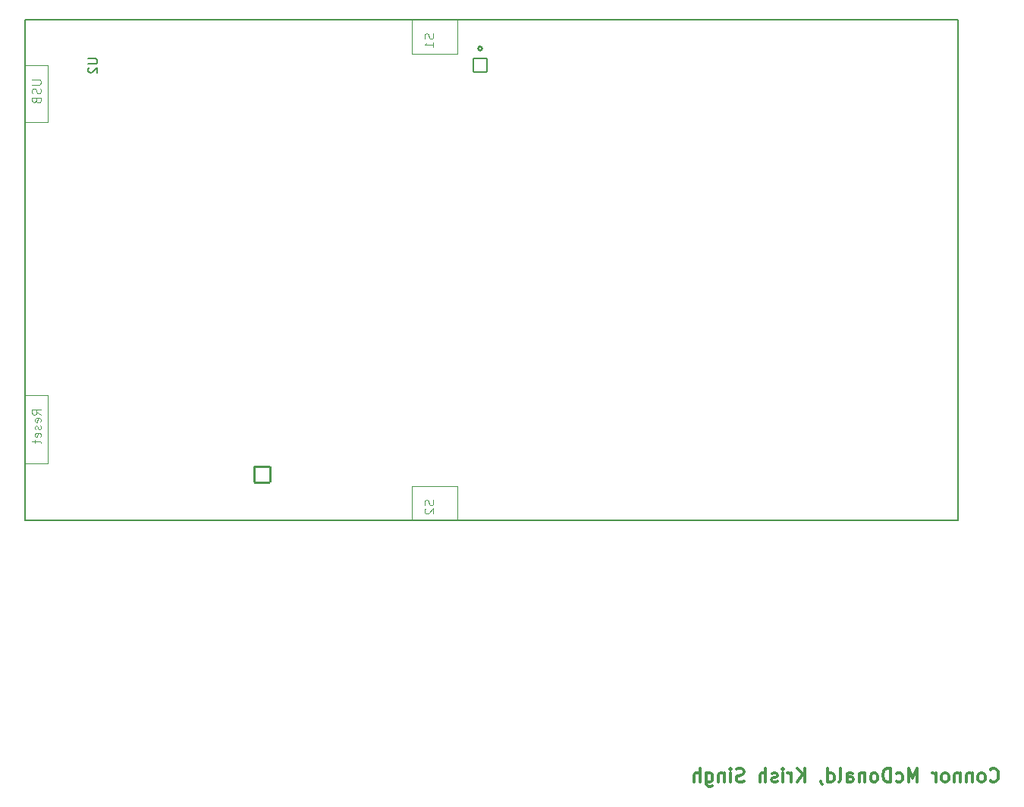
<source format=gbo>
G04 #@! TF.GenerationSoftware,KiCad,Pcbnew,9.0.1*
G04 #@! TF.CreationDate,2025-04-14T15:22:14-05:00*
G04 #@! TF.ProjectId,cjm6842,636a6d36-3834-4322-9e6b-696361645f70,v1.0.1*
G04 #@! TF.SameCoordinates,Original*
G04 #@! TF.FileFunction,Legend,Bot*
G04 #@! TF.FilePolarity,Positive*
%FSLAX46Y46*%
G04 Gerber Fmt 4.6, Leading zero omitted, Abs format (unit mm)*
G04 Created by KiCad (PCBNEW 9.0.1) date 2025-04-14 15:22:14*
%MOMM*%
%LPD*%
G01*
G04 APERTURE LIST*
G04 Aperture macros list*
%AMRoundRect*
0 Rectangle with rounded corners*
0 $1 Rounding radius*
0 $2 $3 $4 $5 $6 $7 $8 $9 X,Y pos of 4 corners*
0 Add a 4 corners polygon primitive as box body*
4,1,4,$2,$3,$4,$5,$6,$7,$8,$9,$2,$3,0*
0 Add four circle primitives for the rounded corners*
1,1,$1+$1,$2,$3*
1,1,$1+$1,$4,$5*
1,1,$1+$1,$6,$7*
1,1,$1+$1,$8,$9*
0 Add four rect primitives between the rounded corners*
20,1,$1+$1,$2,$3,$4,$5,0*
20,1,$1+$1,$4,$5,$6,$7,0*
20,1,$1+$1,$6,$7,$8,$9,0*
20,1,$1+$1,$8,$9,$2,$3,0*%
G04 Aperture macros list end*
%ADD10C,0.300000*%
%ADD11C,0.150000*%
%ADD12C,0.100000*%
%ADD13C,0.228600*%
%ADD14C,0.127000*%
%ADD15C,2.000000*%
%ADD16C,2.700000*%
%ADD17R,1.750000X1.750000*%
%ADD18C,1.750000*%
%ADD19C,1.400000*%
%ADD20O,1.400000X1.400000*%
%ADD21C,1.700000*%
%ADD22O,1.700000X1.700000*%
%ADD23O,1.600000X1.600000*%
%ADD24C,1.600000*%
%ADD25C,1.800000*%
%ADD26R,1.800000X1.800000*%
%ADD27R,1.700000X1.700000*%
%ADD28R,1.600000X2.400000*%
%ADD29O,1.600000X2.400000*%
%ADD30R,1.600000X1.600000*%
%ADD31C,4.318000*%
%ADD32R,2.032000X2.032000*%
%ADD33C,2.032000*%
%ADD34C,3.810000*%
%ADD35RoundRect,0.102000X0.889000X0.889000X-0.889000X0.889000X-0.889000X-0.889000X0.889000X-0.889000X0*%
%ADD36C,1.982000*%
%ADD37C,1.724000*%
%ADD38RoundRect,0.102000X-0.760000X0.760000X-0.760000X-0.760000X0.760000X-0.760000X0.760000X0.760000X0*%
G04 APERTURE END LIST*
D10*
X211588346Y-151157971D02*
X211659774Y-151229400D01*
X211659774Y-151229400D02*
X211874060Y-151300828D01*
X211874060Y-151300828D02*
X212016917Y-151300828D01*
X212016917Y-151300828D02*
X212231203Y-151229400D01*
X212231203Y-151229400D02*
X212374060Y-151086542D01*
X212374060Y-151086542D02*
X212445489Y-150943685D01*
X212445489Y-150943685D02*
X212516917Y-150657971D01*
X212516917Y-150657971D02*
X212516917Y-150443685D01*
X212516917Y-150443685D02*
X212445489Y-150157971D01*
X212445489Y-150157971D02*
X212374060Y-150015114D01*
X212374060Y-150015114D02*
X212231203Y-149872257D01*
X212231203Y-149872257D02*
X212016917Y-149800828D01*
X212016917Y-149800828D02*
X211874060Y-149800828D01*
X211874060Y-149800828D02*
X211659774Y-149872257D01*
X211659774Y-149872257D02*
X211588346Y-149943685D01*
X210731203Y-151300828D02*
X210874060Y-151229400D01*
X210874060Y-151229400D02*
X210945489Y-151157971D01*
X210945489Y-151157971D02*
X211016917Y-151015114D01*
X211016917Y-151015114D02*
X211016917Y-150586542D01*
X211016917Y-150586542D02*
X210945489Y-150443685D01*
X210945489Y-150443685D02*
X210874060Y-150372257D01*
X210874060Y-150372257D02*
X210731203Y-150300828D01*
X210731203Y-150300828D02*
X210516917Y-150300828D01*
X210516917Y-150300828D02*
X210374060Y-150372257D01*
X210374060Y-150372257D02*
X210302632Y-150443685D01*
X210302632Y-150443685D02*
X210231203Y-150586542D01*
X210231203Y-150586542D02*
X210231203Y-151015114D01*
X210231203Y-151015114D02*
X210302632Y-151157971D01*
X210302632Y-151157971D02*
X210374060Y-151229400D01*
X210374060Y-151229400D02*
X210516917Y-151300828D01*
X210516917Y-151300828D02*
X210731203Y-151300828D01*
X209588346Y-150300828D02*
X209588346Y-151300828D01*
X209588346Y-150443685D02*
X209516917Y-150372257D01*
X209516917Y-150372257D02*
X209374060Y-150300828D01*
X209374060Y-150300828D02*
X209159774Y-150300828D01*
X209159774Y-150300828D02*
X209016917Y-150372257D01*
X209016917Y-150372257D02*
X208945489Y-150515114D01*
X208945489Y-150515114D02*
X208945489Y-151300828D01*
X208231203Y-150300828D02*
X208231203Y-151300828D01*
X208231203Y-150443685D02*
X208159774Y-150372257D01*
X208159774Y-150372257D02*
X208016917Y-150300828D01*
X208016917Y-150300828D02*
X207802631Y-150300828D01*
X207802631Y-150300828D02*
X207659774Y-150372257D01*
X207659774Y-150372257D02*
X207588346Y-150515114D01*
X207588346Y-150515114D02*
X207588346Y-151300828D01*
X206659774Y-151300828D02*
X206802631Y-151229400D01*
X206802631Y-151229400D02*
X206874060Y-151157971D01*
X206874060Y-151157971D02*
X206945488Y-151015114D01*
X206945488Y-151015114D02*
X206945488Y-150586542D01*
X206945488Y-150586542D02*
X206874060Y-150443685D01*
X206874060Y-150443685D02*
X206802631Y-150372257D01*
X206802631Y-150372257D02*
X206659774Y-150300828D01*
X206659774Y-150300828D02*
X206445488Y-150300828D01*
X206445488Y-150300828D02*
X206302631Y-150372257D01*
X206302631Y-150372257D02*
X206231203Y-150443685D01*
X206231203Y-150443685D02*
X206159774Y-150586542D01*
X206159774Y-150586542D02*
X206159774Y-151015114D01*
X206159774Y-151015114D02*
X206231203Y-151157971D01*
X206231203Y-151157971D02*
X206302631Y-151229400D01*
X206302631Y-151229400D02*
X206445488Y-151300828D01*
X206445488Y-151300828D02*
X206659774Y-151300828D01*
X205516917Y-151300828D02*
X205516917Y-150300828D01*
X205516917Y-150586542D02*
X205445488Y-150443685D01*
X205445488Y-150443685D02*
X205374060Y-150372257D01*
X205374060Y-150372257D02*
X205231202Y-150300828D01*
X205231202Y-150300828D02*
X205088345Y-150300828D01*
X203445489Y-151300828D02*
X203445489Y-149800828D01*
X203445489Y-149800828D02*
X202945489Y-150872257D01*
X202945489Y-150872257D02*
X202445489Y-149800828D01*
X202445489Y-149800828D02*
X202445489Y-151300828D01*
X201088346Y-151229400D02*
X201231203Y-151300828D01*
X201231203Y-151300828D02*
X201516917Y-151300828D01*
X201516917Y-151300828D02*
X201659774Y-151229400D01*
X201659774Y-151229400D02*
X201731203Y-151157971D01*
X201731203Y-151157971D02*
X201802631Y-151015114D01*
X201802631Y-151015114D02*
X201802631Y-150586542D01*
X201802631Y-150586542D02*
X201731203Y-150443685D01*
X201731203Y-150443685D02*
X201659774Y-150372257D01*
X201659774Y-150372257D02*
X201516917Y-150300828D01*
X201516917Y-150300828D02*
X201231203Y-150300828D01*
X201231203Y-150300828D02*
X201088346Y-150372257D01*
X200445489Y-151300828D02*
X200445489Y-149800828D01*
X200445489Y-149800828D02*
X200088346Y-149800828D01*
X200088346Y-149800828D02*
X199874060Y-149872257D01*
X199874060Y-149872257D02*
X199731203Y-150015114D01*
X199731203Y-150015114D02*
X199659774Y-150157971D01*
X199659774Y-150157971D02*
X199588346Y-150443685D01*
X199588346Y-150443685D02*
X199588346Y-150657971D01*
X199588346Y-150657971D02*
X199659774Y-150943685D01*
X199659774Y-150943685D02*
X199731203Y-151086542D01*
X199731203Y-151086542D02*
X199874060Y-151229400D01*
X199874060Y-151229400D02*
X200088346Y-151300828D01*
X200088346Y-151300828D02*
X200445489Y-151300828D01*
X198731203Y-151300828D02*
X198874060Y-151229400D01*
X198874060Y-151229400D02*
X198945489Y-151157971D01*
X198945489Y-151157971D02*
X199016917Y-151015114D01*
X199016917Y-151015114D02*
X199016917Y-150586542D01*
X199016917Y-150586542D02*
X198945489Y-150443685D01*
X198945489Y-150443685D02*
X198874060Y-150372257D01*
X198874060Y-150372257D02*
X198731203Y-150300828D01*
X198731203Y-150300828D02*
X198516917Y-150300828D01*
X198516917Y-150300828D02*
X198374060Y-150372257D01*
X198374060Y-150372257D02*
X198302632Y-150443685D01*
X198302632Y-150443685D02*
X198231203Y-150586542D01*
X198231203Y-150586542D02*
X198231203Y-151015114D01*
X198231203Y-151015114D02*
X198302632Y-151157971D01*
X198302632Y-151157971D02*
X198374060Y-151229400D01*
X198374060Y-151229400D02*
X198516917Y-151300828D01*
X198516917Y-151300828D02*
X198731203Y-151300828D01*
X197588346Y-150300828D02*
X197588346Y-151300828D01*
X197588346Y-150443685D02*
X197516917Y-150372257D01*
X197516917Y-150372257D02*
X197374060Y-150300828D01*
X197374060Y-150300828D02*
X197159774Y-150300828D01*
X197159774Y-150300828D02*
X197016917Y-150372257D01*
X197016917Y-150372257D02*
X196945489Y-150515114D01*
X196945489Y-150515114D02*
X196945489Y-151300828D01*
X195588346Y-151300828D02*
X195588346Y-150515114D01*
X195588346Y-150515114D02*
X195659774Y-150372257D01*
X195659774Y-150372257D02*
X195802631Y-150300828D01*
X195802631Y-150300828D02*
X196088346Y-150300828D01*
X196088346Y-150300828D02*
X196231203Y-150372257D01*
X195588346Y-151229400D02*
X195731203Y-151300828D01*
X195731203Y-151300828D02*
X196088346Y-151300828D01*
X196088346Y-151300828D02*
X196231203Y-151229400D01*
X196231203Y-151229400D02*
X196302631Y-151086542D01*
X196302631Y-151086542D02*
X196302631Y-150943685D01*
X196302631Y-150943685D02*
X196231203Y-150800828D01*
X196231203Y-150800828D02*
X196088346Y-150729400D01*
X196088346Y-150729400D02*
X195731203Y-150729400D01*
X195731203Y-150729400D02*
X195588346Y-150657971D01*
X194659774Y-151300828D02*
X194802631Y-151229400D01*
X194802631Y-151229400D02*
X194874060Y-151086542D01*
X194874060Y-151086542D02*
X194874060Y-149800828D01*
X193445489Y-151300828D02*
X193445489Y-149800828D01*
X193445489Y-151229400D02*
X193588346Y-151300828D01*
X193588346Y-151300828D02*
X193874060Y-151300828D01*
X193874060Y-151300828D02*
X194016917Y-151229400D01*
X194016917Y-151229400D02*
X194088346Y-151157971D01*
X194088346Y-151157971D02*
X194159774Y-151015114D01*
X194159774Y-151015114D02*
X194159774Y-150586542D01*
X194159774Y-150586542D02*
X194088346Y-150443685D01*
X194088346Y-150443685D02*
X194016917Y-150372257D01*
X194016917Y-150372257D02*
X193874060Y-150300828D01*
X193874060Y-150300828D02*
X193588346Y-150300828D01*
X193588346Y-150300828D02*
X193445489Y-150372257D01*
X192659774Y-151229400D02*
X192659774Y-151300828D01*
X192659774Y-151300828D02*
X192731203Y-151443685D01*
X192731203Y-151443685D02*
X192802631Y-151515114D01*
X190874060Y-151300828D02*
X190874060Y-149800828D01*
X190016917Y-151300828D02*
X190659774Y-150443685D01*
X190016917Y-149800828D02*
X190874060Y-150657971D01*
X189374060Y-151300828D02*
X189374060Y-150300828D01*
X189374060Y-150586542D02*
X189302631Y-150443685D01*
X189302631Y-150443685D02*
X189231203Y-150372257D01*
X189231203Y-150372257D02*
X189088345Y-150300828D01*
X189088345Y-150300828D02*
X188945488Y-150300828D01*
X188445489Y-151300828D02*
X188445489Y-150300828D01*
X188445489Y-149800828D02*
X188516917Y-149872257D01*
X188516917Y-149872257D02*
X188445489Y-149943685D01*
X188445489Y-149943685D02*
X188374060Y-149872257D01*
X188374060Y-149872257D02*
X188445489Y-149800828D01*
X188445489Y-149800828D02*
X188445489Y-149943685D01*
X187802631Y-151229400D02*
X187659774Y-151300828D01*
X187659774Y-151300828D02*
X187374060Y-151300828D01*
X187374060Y-151300828D02*
X187231203Y-151229400D01*
X187231203Y-151229400D02*
X187159774Y-151086542D01*
X187159774Y-151086542D02*
X187159774Y-151015114D01*
X187159774Y-151015114D02*
X187231203Y-150872257D01*
X187231203Y-150872257D02*
X187374060Y-150800828D01*
X187374060Y-150800828D02*
X187588346Y-150800828D01*
X187588346Y-150800828D02*
X187731203Y-150729400D01*
X187731203Y-150729400D02*
X187802631Y-150586542D01*
X187802631Y-150586542D02*
X187802631Y-150515114D01*
X187802631Y-150515114D02*
X187731203Y-150372257D01*
X187731203Y-150372257D02*
X187588346Y-150300828D01*
X187588346Y-150300828D02*
X187374060Y-150300828D01*
X187374060Y-150300828D02*
X187231203Y-150372257D01*
X186516917Y-151300828D02*
X186516917Y-149800828D01*
X185874060Y-151300828D02*
X185874060Y-150515114D01*
X185874060Y-150515114D02*
X185945488Y-150372257D01*
X185945488Y-150372257D02*
X186088345Y-150300828D01*
X186088345Y-150300828D02*
X186302631Y-150300828D01*
X186302631Y-150300828D02*
X186445488Y-150372257D01*
X186445488Y-150372257D02*
X186516917Y-150443685D01*
X184088345Y-151229400D02*
X183874060Y-151300828D01*
X183874060Y-151300828D02*
X183516917Y-151300828D01*
X183516917Y-151300828D02*
X183374060Y-151229400D01*
X183374060Y-151229400D02*
X183302631Y-151157971D01*
X183302631Y-151157971D02*
X183231202Y-151015114D01*
X183231202Y-151015114D02*
X183231202Y-150872257D01*
X183231202Y-150872257D02*
X183302631Y-150729400D01*
X183302631Y-150729400D02*
X183374060Y-150657971D01*
X183374060Y-150657971D02*
X183516917Y-150586542D01*
X183516917Y-150586542D02*
X183802631Y-150515114D01*
X183802631Y-150515114D02*
X183945488Y-150443685D01*
X183945488Y-150443685D02*
X184016917Y-150372257D01*
X184016917Y-150372257D02*
X184088345Y-150229400D01*
X184088345Y-150229400D02*
X184088345Y-150086542D01*
X184088345Y-150086542D02*
X184016917Y-149943685D01*
X184016917Y-149943685D02*
X183945488Y-149872257D01*
X183945488Y-149872257D02*
X183802631Y-149800828D01*
X183802631Y-149800828D02*
X183445488Y-149800828D01*
X183445488Y-149800828D02*
X183231202Y-149872257D01*
X182588346Y-151300828D02*
X182588346Y-150300828D01*
X182588346Y-149800828D02*
X182659774Y-149872257D01*
X182659774Y-149872257D02*
X182588346Y-149943685D01*
X182588346Y-149943685D02*
X182516917Y-149872257D01*
X182516917Y-149872257D02*
X182588346Y-149800828D01*
X182588346Y-149800828D02*
X182588346Y-149943685D01*
X181874060Y-150300828D02*
X181874060Y-151300828D01*
X181874060Y-150443685D02*
X181802631Y-150372257D01*
X181802631Y-150372257D02*
X181659774Y-150300828D01*
X181659774Y-150300828D02*
X181445488Y-150300828D01*
X181445488Y-150300828D02*
X181302631Y-150372257D01*
X181302631Y-150372257D02*
X181231203Y-150515114D01*
X181231203Y-150515114D02*
X181231203Y-151300828D01*
X179874060Y-150300828D02*
X179874060Y-151515114D01*
X179874060Y-151515114D02*
X179945488Y-151657971D01*
X179945488Y-151657971D02*
X180016917Y-151729400D01*
X180016917Y-151729400D02*
X180159774Y-151800828D01*
X180159774Y-151800828D02*
X180374060Y-151800828D01*
X180374060Y-151800828D02*
X180516917Y-151729400D01*
X179874060Y-151229400D02*
X180016917Y-151300828D01*
X180016917Y-151300828D02*
X180302631Y-151300828D01*
X180302631Y-151300828D02*
X180445488Y-151229400D01*
X180445488Y-151229400D02*
X180516917Y-151157971D01*
X180516917Y-151157971D02*
X180588345Y-151015114D01*
X180588345Y-151015114D02*
X180588345Y-150586542D01*
X180588345Y-150586542D02*
X180516917Y-150443685D01*
X180516917Y-150443685D02*
X180445488Y-150372257D01*
X180445488Y-150372257D02*
X180302631Y-150300828D01*
X180302631Y-150300828D02*
X180016917Y-150300828D01*
X180016917Y-150300828D02*
X179874060Y-150372257D01*
X179159774Y-151300828D02*
X179159774Y-149800828D01*
X178516917Y-151300828D02*
X178516917Y-150515114D01*
X178516917Y-150515114D02*
X178588345Y-150372257D01*
X178588345Y-150372257D02*
X178731202Y-150300828D01*
X178731202Y-150300828D02*
X178945488Y-150300828D01*
X178945488Y-150300828D02*
X179088345Y-150372257D01*
X179088345Y-150372257D02*
X179159774Y-150443685D01*
D11*
X110914819Y-70558095D02*
X111724342Y-70558095D01*
X111724342Y-70558095D02*
X111819580Y-70605714D01*
X111819580Y-70605714D02*
X111867200Y-70653333D01*
X111867200Y-70653333D02*
X111914819Y-70748571D01*
X111914819Y-70748571D02*
X111914819Y-70939047D01*
X111914819Y-70939047D02*
X111867200Y-71034285D01*
X111867200Y-71034285D02*
X111819580Y-71081904D01*
X111819580Y-71081904D02*
X111724342Y-71129523D01*
X111724342Y-71129523D02*
X110914819Y-71129523D01*
X111010057Y-71558095D02*
X110962438Y-71605714D01*
X110962438Y-71605714D02*
X110914819Y-71700952D01*
X110914819Y-71700952D02*
X110914819Y-71939047D01*
X110914819Y-71939047D02*
X110962438Y-72034285D01*
X110962438Y-72034285D02*
X111010057Y-72081904D01*
X111010057Y-72081904D02*
X111105295Y-72129523D01*
X111105295Y-72129523D02*
X111200533Y-72129523D01*
X111200533Y-72129523D02*
X111343390Y-72081904D01*
X111343390Y-72081904D02*
X111914819Y-71510476D01*
X111914819Y-71510476D02*
X111914819Y-72129523D01*
D12*
X105617419Y-110295312D02*
X105141228Y-109961979D01*
X105617419Y-109723884D02*
X104617419Y-109723884D01*
X104617419Y-109723884D02*
X104617419Y-110104836D01*
X104617419Y-110104836D02*
X104665038Y-110200074D01*
X104665038Y-110200074D02*
X104712657Y-110247693D01*
X104712657Y-110247693D02*
X104807895Y-110295312D01*
X104807895Y-110295312D02*
X104950752Y-110295312D01*
X104950752Y-110295312D02*
X105045990Y-110247693D01*
X105045990Y-110247693D02*
X105093609Y-110200074D01*
X105093609Y-110200074D02*
X105141228Y-110104836D01*
X105141228Y-110104836D02*
X105141228Y-109723884D01*
X105569800Y-111104836D02*
X105617419Y-111009598D01*
X105617419Y-111009598D02*
X105617419Y-110819122D01*
X105617419Y-110819122D02*
X105569800Y-110723884D01*
X105569800Y-110723884D02*
X105474561Y-110676265D01*
X105474561Y-110676265D02*
X105093609Y-110676265D01*
X105093609Y-110676265D02*
X104998371Y-110723884D01*
X104998371Y-110723884D02*
X104950752Y-110819122D01*
X104950752Y-110819122D02*
X104950752Y-111009598D01*
X104950752Y-111009598D02*
X104998371Y-111104836D01*
X104998371Y-111104836D02*
X105093609Y-111152455D01*
X105093609Y-111152455D02*
X105188847Y-111152455D01*
X105188847Y-111152455D02*
X105284085Y-110676265D01*
X105569800Y-111533408D02*
X105617419Y-111628646D01*
X105617419Y-111628646D02*
X105617419Y-111819122D01*
X105617419Y-111819122D02*
X105569800Y-111914360D01*
X105569800Y-111914360D02*
X105474561Y-111961979D01*
X105474561Y-111961979D02*
X105426942Y-111961979D01*
X105426942Y-111961979D02*
X105331704Y-111914360D01*
X105331704Y-111914360D02*
X105284085Y-111819122D01*
X105284085Y-111819122D02*
X105284085Y-111676265D01*
X105284085Y-111676265D02*
X105236466Y-111581027D01*
X105236466Y-111581027D02*
X105141228Y-111533408D01*
X105141228Y-111533408D02*
X105093609Y-111533408D01*
X105093609Y-111533408D02*
X104998371Y-111581027D01*
X104998371Y-111581027D02*
X104950752Y-111676265D01*
X104950752Y-111676265D02*
X104950752Y-111819122D01*
X104950752Y-111819122D02*
X104998371Y-111914360D01*
X105569800Y-112771503D02*
X105617419Y-112676265D01*
X105617419Y-112676265D02*
X105617419Y-112485789D01*
X105617419Y-112485789D02*
X105569800Y-112390551D01*
X105569800Y-112390551D02*
X105474561Y-112342932D01*
X105474561Y-112342932D02*
X105093609Y-112342932D01*
X105093609Y-112342932D02*
X104998371Y-112390551D01*
X104998371Y-112390551D02*
X104950752Y-112485789D01*
X104950752Y-112485789D02*
X104950752Y-112676265D01*
X104950752Y-112676265D02*
X104998371Y-112771503D01*
X104998371Y-112771503D02*
X105093609Y-112819122D01*
X105093609Y-112819122D02*
X105188847Y-112819122D01*
X105188847Y-112819122D02*
X105284085Y-112342932D01*
X104950752Y-113104837D02*
X104950752Y-113485789D01*
X104617419Y-113247694D02*
X105474561Y-113247694D01*
X105474561Y-113247694D02*
X105569800Y-113295313D01*
X105569800Y-113295313D02*
X105617419Y-113390551D01*
X105617419Y-113390551D02*
X105617419Y-113485789D01*
X149384800Y-119836265D02*
X149432419Y-119979122D01*
X149432419Y-119979122D02*
X149432419Y-120217217D01*
X149432419Y-120217217D02*
X149384800Y-120312455D01*
X149384800Y-120312455D02*
X149337180Y-120360074D01*
X149337180Y-120360074D02*
X149241942Y-120407693D01*
X149241942Y-120407693D02*
X149146704Y-120407693D01*
X149146704Y-120407693D02*
X149051466Y-120360074D01*
X149051466Y-120360074D02*
X149003847Y-120312455D01*
X149003847Y-120312455D02*
X148956228Y-120217217D01*
X148956228Y-120217217D02*
X148908609Y-120026741D01*
X148908609Y-120026741D02*
X148860990Y-119931503D01*
X148860990Y-119931503D02*
X148813371Y-119883884D01*
X148813371Y-119883884D02*
X148718133Y-119836265D01*
X148718133Y-119836265D02*
X148622895Y-119836265D01*
X148622895Y-119836265D02*
X148527657Y-119883884D01*
X148527657Y-119883884D02*
X148480038Y-119931503D01*
X148480038Y-119931503D02*
X148432419Y-120026741D01*
X148432419Y-120026741D02*
X148432419Y-120264836D01*
X148432419Y-120264836D02*
X148480038Y-120407693D01*
X148527657Y-120788646D02*
X148480038Y-120836265D01*
X148480038Y-120836265D02*
X148432419Y-120931503D01*
X148432419Y-120931503D02*
X148432419Y-121169598D01*
X148432419Y-121169598D02*
X148480038Y-121264836D01*
X148480038Y-121264836D02*
X148527657Y-121312455D01*
X148527657Y-121312455D02*
X148622895Y-121360074D01*
X148622895Y-121360074D02*
X148718133Y-121360074D01*
X148718133Y-121360074D02*
X148860990Y-121312455D01*
X148860990Y-121312455D02*
X149432419Y-120741027D01*
X149432419Y-120741027D02*
X149432419Y-121360074D01*
X104617419Y-72893884D02*
X105426942Y-72893884D01*
X105426942Y-72893884D02*
X105522180Y-72941503D01*
X105522180Y-72941503D02*
X105569800Y-72989122D01*
X105569800Y-72989122D02*
X105617419Y-73084360D01*
X105617419Y-73084360D02*
X105617419Y-73274836D01*
X105617419Y-73274836D02*
X105569800Y-73370074D01*
X105569800Y-73370074D02*
X105522180Y-73417693D01*
X105522180Y-73417693D02*
X105426942Y-73465312D01*
X105426942Y-73465312D02*
X104617419Y-73465312D01*
X105569800Y-73893884D02*
X105617419Y-74036741D01*
X105617419Y-74036741D02*
X105617419Y-74274836D01*
X105617419Y-74274836D02*
X105569800Y-74370074D01*
X105569800Y-74370074D02*
X105522180Y-74417693D01*
X105522180Y-74417693D02*
X105426942Y-74465312D01*
X105426942Y-74465312D02*
X105331704Y-74465312D01*
X105331704Y-74465312D02*
X105236466Y-74417693D01*
X105236466Y-74417693D02*
X105188847Y-74370074D01*
X105188847Y-74370074D02*
X105141228Y-74274836D01*
X105141228Y-74274836D02*
X105093609Y-74084360D01*
X105093609Y-74084360D02*
X105045990Y-73989122D01*
X105045990Y-73989122D02*
X104998371Y-73941503D01*
X104998371Y-73941503D02*
X104903133Y-73893884D01*
X104903133Y-73893884D02*
X104807895Y-73893884D01*
X104807895Y-73893884D02*
X104712657Y-73941503D01*
X104712657Y-73941503D02*
X104665038Y-73989122D01*
X104665038Y-73989122D02*
X104617419Y-74084360D01*
X104617419Y-74084360D02*
X104617419Y-74322455D01*
X104617419Y-74322455D02*
X104665038Y-74465312D01*
X105093609Y-75227217D02*
X105141228Y-75370074D01*
X105141228Y-75370074D02*
X105188847Y-75417693D01*
X105188847Y-75417693D02*
X105284085Y-75465312D01*
X105284085Y-75465312D02*
X105426942Y-75465312D01*
X105426942Y-75465312D02*
X105522180Y-75417693D01*
X105522180Y-75417693D02*
X105569800Y-75370074D01*
X105569800Y-75370074D02*
X105617419Y-75274836D01*
X105617419Y-75274836D02*
X105617419Y-74893884D01*
X105617419Y-74893884D02*
X104617419Y-74893884D01*
X104617419Y-74893884D02*
X104617419Y-75227217D01*
X104617419Y-75227217D02*
X104665038Y-75322455D01*
X104665038Y-75322455D02*
X104712657Y-75370074D01*
X104712657Y-75370074D02*
X104807895Y-75417693D01*
X104807895Y-75417693D02*
X104903133Y-75417693D01*
X104903133Y-75417693D02*
X104998371Y-75370074D01*
X104998371Y-75370074D02*
X105045990Y-75322455D01*
X105045990Y-75322455D02*
X105093609Y-75227217D01*
X105093609Y-75227217D02*
X105093609Y-74893884D01*
X149384800Y-67766265D02*
X149432419Y-67909122D01*
X149432419Y-67909122D02*
X149432419Y-68147217D01*
X149432419Y-68147217D02*
X149384800Y-68242455D01*
X149384800Y-68242455D02*
X149337180Y-68290074D01*
X149337180Y-68290074D02*
X149241942Y-68337693D01*
X149241942Y-68337693D02*
X149146704Y-68337693D01*
X149146704Y-68337693D02*
X149051466Y-68290074D01*
X149051466Y-68290074D02*
X149003847Y-68242455D01*
X149003847Y-68242455D02*
X148956228Y-68147217D01*
X148956228Y-68147217D02*
X148908609Y-67956741D01*
X148908609Y-67956741D02*
X148860990Y-67861503D01*
X148860990Y-67861503D02*
X148813371Y-67813884D01*
X148813371Y-67813884D02*
X148718133Y-67766265D01*
X148718133Y-67766265D02*
X148622895Y-67766265D01*
X148622895Y-67766265D02*
X148527657Y-67813884D01*
X148527657Y-67813884D02*
X148480038Y-67861503D01*
X148480038Y-67861503D02*
X148432419Y-67956741D01*
X148432419Y-67956741D02*
X148432419Y-68194836D01*
X148432419Y-68194836D02*
X148480038Y-68337693D01*
X149432419Y-69290074D02*
X149432419Y-68718646D01*
X149432419Y-69004360D02*
X148432419Y-69004360D01*
X148432419Y-69004360D02*
X148575276Y-68909122D01*
X148575276Y-68909122D02*
X148670514Y-68813884D01*
X148670514Y-68813884D02*
X148718133Y-68718646D01*
D13*
X154843200Y-69415000D02*
G75*
G02*
X154436800Y-69415000I-203200J0D01*
G01*
X154436800Y-69415000D02*
G75*
G02*
X154843200Y-69415000I203200J0D01*
G01*
D12*
X147020000Y-118310000D02*
X152100000Y-118310000D01*
X152100000Y-122120000D01*
X147020000Y-122120000D01*
X147020000Y-118310000D01*
X147020000Y-66240000D02*
X152100000Y-66240000D01*
X152100000Y-70050000D01*
X147020000Y-70050000D01*
X147020000Y-66240000D01*
X103840000Y-108150000D02*
X106380000Y-108150000D01*
X106380000Y-115770000D01*
X103840000Y-115770000D01*
X103840000Y-108150000D01*
X103840000Y-71320000D02*
X106380000Y-71320000D01*
X106380000Y-77670000D01*
X103840000Y-77670000D01*
X103840000Y-71320000D01*
D14*
X207980000Y-122120000D02*
X103840000Y-122120000D01*
X207980000Y-66240000D02*
X207980000Y-122120000D01*
X103840000Y-122120000D02*
X103840000Y-66240000D01*
X103840000Y-66240000D02*
X207980000Y-66240000D01*
%LPC*%
D15*
X115250000Y-120250000D03*
X108750000Y-120250000D03*
X115250000Y-115750000D03*
X108750000Y-115750000D03*
X204750000Y-80250000D03*
X198250000Y-80250000D03*
X204750000Y-75750000D03*
X198250000Y-75750000D03*
X198000000Y-45500000D03*
X204500000Y-45500000D03*
X198000000Y-50000000D03*
X204500000Y-50000000D03*
X112750000Y-144250000D03*
X106250000Y-144250000D03*
X112750000Y-139750000D03*
X106250000Y-139750000D03*
D16*
X115700000Y-93995000D03*
X107300000Y-92795000D03*
X107300000Y-69995000D03*
X115700000Y-68795000D03*
D17*
X109750000Y-97895000D03*
D18*
X113250000Y-97895000D03*
X109750000Y-64895000D03*
D19*
X191810000Y-39000000D03*
D20*
X184190000Y-39000000D03*
D19*
X115000000Y-152000000D03*
D20*
X122620000Y-152000000D03*
D21*
X113500000Y-103725000D03*
D22*
X110960000Y-103725000D03*
D19*
X157310000Y-143000000D03*
D20*
X149690000Y-143000000D03*
D19*
X141620000Y-143000000D03*
D20*
X134000000Y-143000000D03*
D19*
X152310000Y-138000000D03*
D20*
X144690000Y-138000000D03*
D19*
X140810000Y-138000000D03*
D20*
X133190000Y-138000000D03*
D19*
X154880000Y-137000000D03*
D20*
X162500000Y-137000000D03*
D18*
X192282500Y-96600000D03*
X195782500Y-129600000D03*
D17*
X192282500Y-129600000D03*
D16*
X198232500Y-100500000D03*
X189832500Y-101700000D03*
X189832500Y-124500000D03*
X198232500Y-125700000D03*
D20*
X164000000Y-44500000D03*
D19*
X164000000Y-36880000D03*
D20*
X172000000Y-44500000D03*
D19*
X172000000Y-36880000D03*
D20*
X151500000Y-44500000D03*
D19*
X151500000Y-36880000D03*
D20*
X144000000Y-44500000D03*
D19*
X144000000Y-36880000D03*
D20*
X147500000Y-44000000D03*
D19*
X147500000Y-36380000D03*
D20*
X159500000Y-44500000D03*
D19*
X159500000Y-36880000D03*
D20*
X155500000Y-44810000D03*
D19*
X155500000Y-37190000D03*
D23*
X131565000Y-49476250D03*
D24*
X131565000Y-54556250D03*
D23*
X165435000Y-64523750D03*
D24*
X165435000Y-59443750D03*
D20*
X173500000Y-56690000D03*
D19*
X173500000Y-64310000D03*
D25*
X130540000Y-150000000D03*
D26*
X128000000Y-150000000D03*
D20*
X169310000Y-54500000D03*
D19*
X161690000Y-54500000D03*
D22*
X178500000Y-50960000D03*
D27*
X178500000Y-53500000D03*
D22*
X138275000Y-46040000D03*
X138275000Y-43500000D03*
D27*
X138275000Y-40960000D03*
D21*
X169960000Y-143000000D03*
D22*
X172500000Y-143000000D03*
D27*
X124000000Y-50000000D03*
D22*
X124000000Y-47460000D03*
X124000000Y-44920000D03*
D28*
X184120000Y-127880000D03*
D29*
X181580000Y-127880000D03*
X179040000Y-127880000D03*
X176500000Y-127880000D03*
X176500000Y-135500000D03*
X179040000Y-135500000D03*
X181580000Y-135500000D03*
X184120000Y-135500000D03*
D15*
X187000000Y-59000000D03*
X193500000Y-59000000D03*
X187000000Y-63500000D03*
X193500000Y-63500000D03*
D19*
X168000000Y-37190000D03*
D20*
X168000000Y-44810000D03*
D19*
X133190000Y-132500000D03*
D20*
X140810000Y-132500000D03*
D21*
X128500000Y-39500000D03*
D22*
X131040000Y-39500000D03*
D27*
X152540000Y-50000000D03*
D22*
X150000000Y-50000000D03*
X144920000Y-50000000D03*
D30*
X138125000Y-63800000D03*
D23*
X140665000Y-63800000D03*
X143205000Y-63800000D03*
X145745000Y-63800000D03*
X148285000Y-63800000D03*
X150825000Y-63800000D03*
X153365000Y-63800000D03*
X155905000Y-63800000D03*
X155905000Y-56180000D03*
X153365000Y-56180000D03*
X150825000Y-56180000D03*
X148285000Y-56180000D03*
X145745000Y-56180000D03*
X143205000Y-56180000D03*
X140665000Y-56180000D03*
X138125000Y-56180000D03*
D21*
X178225000Y-143000000D03*
D22*
X180765000Y-143000000D03*
D31*
X210500000Y-156000000D03*
X210500000Y-39000000D03*
X99500000Y-38500000D03*
X99500000Y-155500000D03*
D32*
X165920000Y-128500000D03*
D33*
X171000000Y-128500000D03*
D21*
X188000000Y-143000000D03*
D22*
X185460000Y-143000000D03*
D26*
X155500000Y-126500000D03*
D25*
X158040000Y-126500000D03*
D32*
X134500000Y-70500000D03*
D33*
X139580000Y-70500000D03*
D19*
X163120000Y-132500000D03*
D20*
X155500000Y-132500000D03*
D19*
X152310000Y-132500000D03*
D20*
X144690000Y-132500000D03*
D15*
X115500000Y-128000000D03*
X122000000Y-128000000D03*
X115500000Y-132500000D03*
X122000000Y-132500000D03*
D26*
X135500000Y-126500000D03*
D25*
X138040000Y-126500000D03*
D26*
X145225000Y-126500000D03*
D25*
X147765000Y-126500000D03*
D34*
X174820000Y-78315000D03*
D35*
X130370000Y-117050000D03*
D36*
X130370000Y-114510000D03*
X130370000Y-111970000D03*
X130370000Y-109430000D03*
X130370000Y-106890000D03*
X130370000Y-104350000D03*
X130370000Y-101810000D03*
X130370000Y-99270000D03*
X130370000Y-96730000D03*
X130370000Y-94190000D03*
X130370000Y-91650000D03*
X130370000Y-89110000D03*
X130370000Y-86570000D03*
X130370000Y-84030000D03*
X130370000Y-81490000D03*
X130370000Y-78950000D03*
D37*
X177500000Y-114500000D03*
X174960000Y-114500000D03*
X172420000Y-114500000D03*
X169880000Y-114500000D03*
X167340000Y-114500000D03*
X164800000Y-114500000D03*
X162260000Y-114500000D03*
X159720000Y-114500000D03*
X157180000Y-114500000D03*
X154640000Y-114500000D03*
X177500000Y-73860000D03*
X174960000Y-73860000D03*
X172420000Y-73860000D03*
X169880000Y-73860000D03*
X167340000Y-73860000D03*
X164800000Y-73860000D03*
X162260000Y-73860000D03*
X159720000Y-73860000D03*
X157180000Y-73860000D03*
X154640000Y-73860000D03*
X177500000Y-117040000D03*
X174960000Y-117040000D03*
X172420000Y-117040000D03*
X169880000Y-117040000D03*
X167340000Y-117040000D03*
X164800000Y-117040000D03*
X162260000Y-117040000D03*
X159720000Y-117040000D03*
X157180000Y-117040000D03*
X154640000Y-117040000D03*
X177500000Y-71320000D03*
X174960000Y-71320000D03*
X172420000Y-71320000D03*
X169880000Y-71320000D03*
X167340000Y-71320000D03*
X164800000Y-71320000D03*
X162260000Y-71320000D03*
X159720000Y-71320000D03*
X157180000Y-71320000D03*
D38*
X154640000Y-71320000D03*
%LPD*%
M02*

</source>
